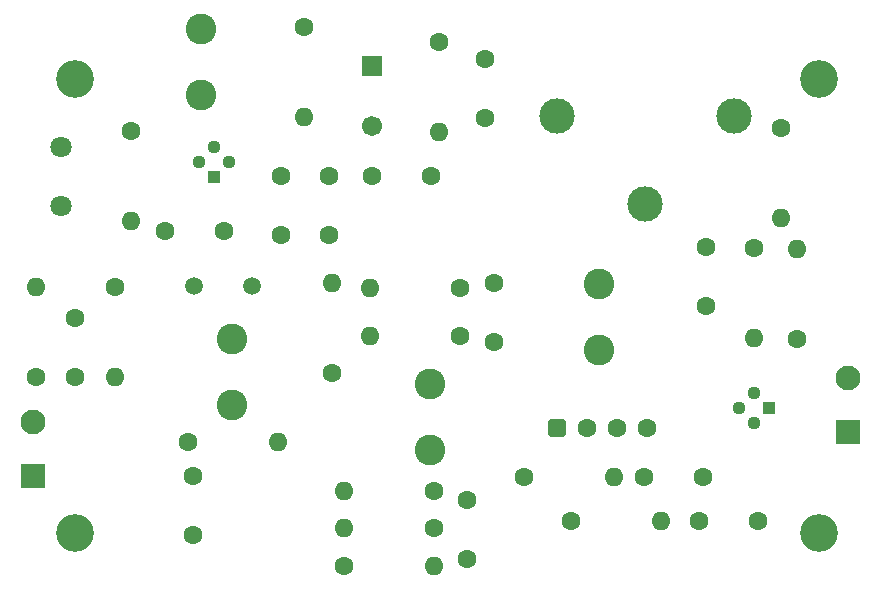
<source format=gbr>
G04 #@! TF.GenerationSoftware,KiCad,Pcbnew,(7.0.0)*
G04 #@! TF.CreationDate,2023-03-14T20:30:01-04:00*
G04 #@! TF.ProjectId,2ndmixer-2ndlo,326e646d-6978-4657-922d-326e646c6f2e,1*
G04 #@! TF.SameCoordinates,Original*
G04 #@! TF.FileFunction,Soldermask,Bot*
G04 #@! TF.FilePolarity,Negative*
%FSLAX46Y46*%
G04 Gerber Fmt 4.6, Leading zero omitted, Abs format (unit mm)*
G04 Created by KiCad (PCBNEW (7.0.0)) date 2023-03-14 20:30:01*
%MOMM*%
%LPD*%
G01*
G04 APERTURE LIST*
G04 Aperture macros list*
%AMRoundRect*
0 Rectangle with rounded corners*
0 $1 Rounding radius*
0 $2 $3 $4 $5 $6 $7 $8 $9 X,Y pos of 4 corners*
0 Add a 4 corners polygon primitive as box body*
4,1,4,$2,$3,$4,$5,$6,$7,$8,$9,$2,$3,0*
0 Add four circle primitives for the rounded corners*
1,1,$1+$1,$2,$3*
1,1,$1+$1,$4,$5*
1,1,$1+$1,$6,$7*
1,1,$1+$1,$8,$9*
0 Add four rect primitives between the rounded corners*
20,1,$1+$1,$2,$3,$4,$5,0*
20,1,$1+$1,$4,$5,$6,$7,0*
20,1,$1+$1,$6,$7,$8,$9,0*
20,1,$1+$1,$8,$9,$2,$3,0*%
G04 Aperture macros list end*
%ADD10C,1.600000*%
%ADD11O,1.600000X1.600000*%
%ADD12R,1.701800X1.701800*%
%ADD13C,1.701800*%
%ADD14RoundRect,0.250001X0.799999X-0.799999X0.799999X0.799999X-0.799999X0.799999X-0.799999X-0.799999X0*%
%ADD15C,2.100000*%
%ADD16C,1.800000*%
%ADD17C,3.200000*%
%ADD18C,2.600000*%
%ADD19RoundRect,0.400000X-0.400000X-0.400000X0.400000X-0.400000X0.400000X0.400000X-0.400000X0.400000X0*%
%ADD20R,1.110000X1.110000*%
%ADD21C,1.110000*%
%ADD22C,1.500000*%
%ADD23C,3.000000*%
G04 APERTURE END LIST*
D10*
X181533800Y-118414800D03*
D11*
X189153799Y-118414799D03*
D10*
X152207600Y-93929200D03*
X147207600Y-93929200D03*
X199313800Y-85140800D03*
D11*
X199313799Y-92760799D03*
D10*
X149598800Y-114604800D03*
X149598800Y-119604800D03*
D12*
X164744399Y-79959199D03*
D13*
X164744400Y-85039200D03*
D10*
X169976800Y-119049800D03*
D11*
X162356799Y-119049799D03*
D10*
X200710800Y-103047800D03*
D11*
X200710799Y-95427799D03*
D14*
X136053200Y-114655600D03*
D15*
X136053200Y-110055600D03*
D16*
X138430000Y-91806400D03*
X138430000Y-86806400D03*
D17*
X202599000Y-119500000D03*
D10*
X172212000Y-98755200D03*
D11*
X164591999Y-98755199D03*
D10*
X192963800Y-100253800D03*
X192963800Y-95253800D03*
X175056800Y-98338000D03*
X175056800Y-103338000D03*
X149148800Y-111760000D03*
D11*
X156768799Y-111759999D03*
D10*
X144322800Y-85394800D03*
D11*
X144322799Y-93014799D03*
D17*
X139599000Y-119500000D03*
D10*
X197027800Y-95300800D03*
D11*
X197027799Y-102920799D03*
D10*
X170357800Y-77901800D03*
D11*
X170357799Y-85521799D03*
D10*
X172212000Y-102805200D03*
D11*
X164591999Y-102805199D03*
D14*
X205028800Y-110949800D03*
D15*
X205028800Y-106349800D03*
D17*
X202599000Y-81000000D03*
D18*
X152857200Y-103022400D03*
X152857200Y-108622400D03*
D10*
X142951200Y-98653600D03*
D11*
X142951199Y-106273599D03*
D10*
X169700000Y-89204800D03*
X164700000Y-89204800D03*
X139598400Y-101233600D03*
X139598400Y-106233600D03*
D19*
X180390800Y-110540800D03*
D10*
X182930800Y-110540800D03*
X185470800Y-110540800D03*
X188010800Y-110540800D03*
D20*
X151333199Y-89357199D03*
D21*
X152603200Y-88087200D03*
X151333200Y-86817200D03*
X150063200Y-88087200D03*
D10*
X161340800Y-105925200D03*
D11*
X161340799Y-98305199D03*
D17*
X139599000Y-81000000D03*
D10*
X161086800Y-89244800D03*
X161086800Y-94244800D03*
X197368800Y-118414800D03*
X192368800Y-118414800D03*
X174294800Y-79338800D03*
X174294800Y-84338800D03*
X136296400Y-106222800D03*
D11*
X136296399Y-98602799D03*
D10*
X162356800Y-122224800D03*
D11*
X169976799Y-122224799D03*
D10*
X192709800Y-114731800D03*
X187709800Y-114731800D03*
X177596800Y-114731800D03*
D11*
X185216799Y-114731799D03*
D22*
X149656800Y-98552000D03*
X154536800Y-98552000D03*
D10*
X172770800Y-116676800D03*
X172770800Y-121676800D03*
X169976800Y-115874800D03*
D11*
X162356799Y-115874799D03*
D20*
X198297799Y-108889799D03*
D21*
X197027800Y-107619800D03*
X195757800Y-108889800D03*
X197027800Y-110159800D03*
D18*
X183946800Y-98348800D03*
X183946800Y-103948800D03*
X169595800Y-106857800D03*
X169595800Y-112457800D03*
D23*
X180376800Y-84124800D03*
X187876800Y-91624800D03*
X195376800Y-84124800D03*
D10*
X158953200Y-76606400D03*
D11*
X158953199Y-84226399D03*
D10*
X157050000Y-89204800D03*
X157050000Y-94204800D03*
D18*
X150266400Y-76809600D03*
X150266400Y-82409600D03*
M02*

</source>
